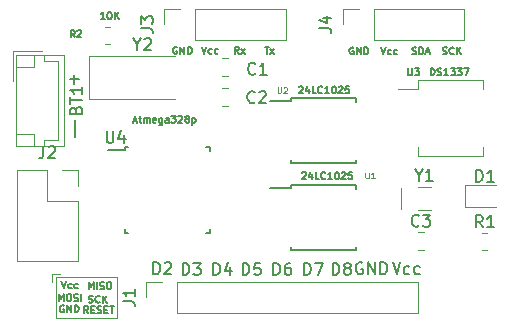
<source format=gbr>
%TF.GenerationSoftware,KiCad,Pcbnew,(5.1.8)-1*%
%TF.CreationDate,2020-12-16T21:52:19-05:00*%
%TF.ProjectId,Arduino Clone,41726475-696e-46f2-9043-6c6f6e652e6b,1.0*%
%TF.SameCoordinates,Original*%
%TF.FileFunction,Legend,Top*%
%TF.FilePolarity,Positive*%
%FSLAX46Y46*%
G04 Gerber Fmt 4.6, Leading zero omitted, Abs format (unit mm)*
G04 Created by KiCad (PCBNEW (5.1.8)-1) date 2020-12-16 21:52:19*
%MOMM*%
%LPD*%
G01*
G04 APERTURE LIST*
%ADD10C,0.150000*%
%ADD11C,0.120000*%
%ADD12C,0.125000*%
G04 APERTURE END LIST*
D10*
X148399500Y-112736214D02*
X148399500Y-111307642D01*
X147955047Y-107830928D02*
X148716952Y-107830928D01*
X148336000Y-108211880D02*
X148336000Y-107449976D01*
X178500285Y-107522928D02*
X178500285Y-106922928D01*
X178643142Y-106922928D01*
X178728857Y-106951500D01*
X178786000Y-107008642D01*
X178814571Y-107065785D01*
X178843142Y-107180071D01*
X178843142Y-107265785D01*
X178814571Y-107380071D01*
X178786000Y-107437214D01*
X178728857Y-107494357D01*
X178643142Y-107522928D01*
X178500285Y-107522928D01*
X179071714Y-107494357D02*
X179157428Y-107522928D01*
X179300285Y-107522928D01*
X179357428Y-107494357D01*
X179386000Y-107465785D01*
X179414571Y-107408642D01*
X179414571Y-107351500D01*
X179386000Y-107294357D01*
X179357428Y-107265785D01*
X179300285Y-107237214D01*
X179186000Y-107208642D01*
X179128857Y-107180071D01*
X179100285Y-107151500D01*
X179071714Y-107094357D01*
X179071714Y-107037214D01*
X179100285Y-106980071D01*
X179128857Y-106951500D01*
X179186000Y-106922928D01*
X179328857Y-106922928D01*
X179414571Y-106951500D01*
X179986000Y-107522928D02*
X179643142Y-107522928D01*
X179814571Y-107522928D02*
X179814571Y-106922928D01*
X179757428Y-107008642D01*
X179700285Y-107065785D01*
X179643142Y-107094357D01*
X180186000Y-106922928D02*
X180557428Y-106922928D01*
X180357428Y-107151500D01*
X180443142Y-107151500D01*
X180500285Y-107180071D01*
X180528857Y-107208642D01*
X180557428Y-107265785D01*
X180557428Y-107408642D01*
X180528857Y-107465785D01*
X180500285Y-107494357D01*
X180443142Y-107522928D01*
X180271714Y-107522928D01*
X180214571Y-107494357D01*
X180186000Y-107465785D01*
X180757428Y-106922928D02*
X181128857Y-106922928D01*
X180928857Y-107151500D01*
X181014571Y-107151500D01*
X181071714Y-107180071D01*
X181100285Y-107208642D01*
X181128857Y-107265785D01*
X181128857Y-107408642D01*
X181100285Y-107465785D01*
X181071714Y-107494357D01*
X181014571Y-107522928D01*
X180843142Y-107522928D01*
X180786000Y-107494357D01*
X180757428Y-107465785D01*
X181328857Y-106922928D02*
X181728857Y-106922928D01*
X181471714Y-107522928D01*
D11*
X146431000Y-124333000D02*
X147129500Y-124333000D01*
X146431000Y-125031500D02*
X146431000Y-124333000D01*
X146748500Y-124587000D02*
X146748500Y-124650500D01*
X151955500Y-124587000D02*
X146748500Y-124587000D01*
X151955500Y-128016000D02*
X151955500Y-124587000D01*
X146748500Y-128016000D02*
X151955500Y-128016000D01*
X146748500Y-124650500D02*
X146748500Y-128016000D01*
D10*
X149496571Y-127652428D02*
X149296571Y-127366714D01*
X149153714Y-127652428D02*
X149153714Y-127052428D01*
X149382285Y-127052428D01*
X149439428Y-127081000D01*
X149468000Y-127109571D01*
X149496571Y-127166714D01*
X149496571Y-127252428D01*
X149468000Y-127309571D01*
X149439428Y-127338142D01*
X149382285Y-127366714D01*
X149153714Y-127366714D01*
X149753714Y-127338142D02*
X149953714Y-127338142D01*
X150039428Y-127652428D02*
X149753714Y-127652428D01*
X149753714Y-127052428D01*
X150039428Y-127052428D01*
X150268000Y-127623857D02*
X150353714Y-127652428D01*
X150496571Y-127652428D01*
X150553714Y-127623857D01*
X150582285Y-127595285D01*
X150610857Y-127538142D01*
X150610857Y-127481000D01*
X150582285Y-127423857D01*
X150553714Y-127395285D01*
X150496571Y-127366714D01*
X150382285Y-127338142D01*
X150325142Y-127309571D01*
X150296571Y-127281000D01*
X150268000Y-127223857D01*
X150268000Y-127166714D01*
X150296571Y-127109571D01*
X150325142Y-127081000D01*
X150382285Y-127052428D01*
X150525142Y-127052428D01*
X150610857Y-127081000D01*
X150868000Y-127338142D02*
X151068000Y-127338142D01*
X151153714Y-127652428D02*
X150868000Y-127652428D01*
X150868000Y-127052428D01*
X151153714Y-127052428D01*
X151325142Y-127052428D02*
X151668000Y-127052428D01*
X151496571Y-127652428D02*
X151496571Y-127052428D01*
X149533071Y-126734857D02*
X149618785Y-126763428D01*
X149761642Y-126763428D01*
X149818785Y-126734857D01*
X149847357Y-126706285D01*
X149875928Y-126649142D01*
X149875928Y-126592000D01*
X149847357Y-126534857D01*
X149818785Y-126506285D01*
X149761642Y-126477714D01*
X149647357Y-126449142D01*
X149590214Y-126420571D01*
X149561642Y-126392000D01*
X149533071Y-126334857D01*
X149533071Y-126277714D01*
X149561642Y-126220571D01*
X149590214Y-126192000D01*
X149647357Y-126163428D01*
X149790214Y-126163428D01*
X149875928Y-126192000D01*
X150475928Y-126706285D02*
X150447357Y-126734857D01*
X150361642Y-126763428D01*
X150304500Y-126763428D01*
X150218785Y-126734857D01*
X150161642Y-126677714D01*
X150133071Y-126620571D01*
X150104500Y-126506285D01*
X150104500Y-126420571D01*
X150133071Y-126306285D01*
X150161642Y-126249142D01*
X150218785Y-126192000D01*
X150304500Y-126163428D01*
X150361642Y-126163428D01*
X150447357Y-126192000D01*
X150475928Y-126220571D01*
X150733071Y-126763428D02*
X150733071Y-126163428D01*
X151075928Y-126763428D02*
X150818785Y-126420571D01*
X151075928Y-126163428D02*
X150733071Y-126506285D01*
X149552142Y-125620428D02*
X149552142Y-125020428D01*
X149752142Y-125449000D01*
X149952142Y-125020428D01*
X149952142Y-125620428D01*
X150237857Y-125620428D02*
X150237857Y-125020428D01*
X150495000Y-125591857D02*
X150580714Y-125620428D01*
X150723571Y-125620428D01*
X150780714Y-125591857D01*
X150809285Y-125563285D01*
X150837857Y-125506142D01*
X150837857Y-125449000D01*
X150809285Y-125391857D01*
X150780714Y-125363285D01*
X150723571Y-125334714D01*
X150609285Y-125306142D01*
X150552142Y-125277571D01*
X150523571Y-125249000D01*
X150495000Y-125191857D01*
X150495000Y-125134714D01*
X150523571Y-125077571D01*
X150552142Y-125049000D01*
X150609285Y-125020428D01*
X150752142Y-125020428D01*
X150837857Y-125049000D01*
X151209285Y-125020428D02*
X151323571Y-125020428D01*
X151380714Y-125049000D01*
X151437857Y-125106142D01*
X151466428Y-125220428D01*
X151466428Y-125420428D01*
X151437857Y-125534714D01*
X151380714Y-125591857D01*
X151323571Y-125620428D01*
X151209285Y-125620428D01*
X151152142Y-125591857D01*
X151095000Y-125534714D01*
X151066428Y-125420428D01*
X151066428Y-125220428D01*
X151095000Y-125106142D01*
X151152142Y-125049000D01*
X151209285Y-125020428D01*
X147434357Y-127017500D02*
X147377214Y-126988928D01*
X147291500Y-126988928D01*
X147205785Y-127017500D01*
X147148642Y-127074642D01*
X147120071Y-127131785D01*
X147091500Y-127246071D01*
X147091500Y-127331785D01*
X147120071Y-127446071D01*
X147148642Y-127503214D01*
X147205785Y-127560357D01*
X147291500Y-127588928D01*
X147348642Y-127588928D01*
X147434357Y-127560357D01*
X147462928Y-127531785D01*
X147462928Y-127331785D01*
X147348642Y-127331785D01*
X147720071Y-127588928D02*
X147720071Y-126988928D01*
X148062928Y-127588928D01*
X148062928Y-126988928D01*
X148348642Y-127588928D02*
X148348642Y-126988928D01*
X148491500Y-126988928D01*
X148577214Y-127017500D01*
X148634357Y-127074642D01*
X148662928Y-127131785D01*
X148691500Y-127246071D01*
X148691500Y-127331785D01*
X148662928Y-127446071D01*
X148634357Y-127503214D01*
X148577214Y-127560357D01*
X148491500Y-127588928D01*
X148348642Y-127588928D01*
X147012142Y-126636428D02*
X147012142Y-126036428D01*
X147212142Y-126465000D01*
X147412142Y-126036428D01*
X147412142Y-126636428D01*
X147812142Y-126036428D02*
X147926428Y-126036428D01*
X147983571Y-126065000D01*
X148040714Y-126122142D01*
X148069285Y-126236428D01*
X148069285Y-126436428D01*
X148040714Y-126550714D01*
X147983571Y-126607857D01*
X147926428Y-126636428D01*
X147812142Y-126636428D01*
X147755000Y-126607857D01*
X147697857Y-126550714D01*
X147669285Y-126436428D01*
X147669285Y-126236428D01*
X147697857Y-126122142D01*
X147755000Y-126065000D01*
X147812142Y-126036428D01*
X148297857Y-126607857D02*
X148383571Y-126636428D01*
X148526428Y-126636428D01*
X148583571Y-126607857D01*
X148612142Y-126579285D01*
X148640714Y-126522142D01*
X148640714Y-126465000D01*
X148612142Y-126407857D01*
X148583571Y-126379285D01*
X148526428Y-126350714D01*
X148412142Y-126322142D01*
X148355000Y-126293571D01*
X148326428Y-126265000D01*
X148297857Y-126207857D01*
X148297857Y-126150714D01*
X148326428Y-126093571D01*
X148355000Y-126065000D01*
X148412142Y-126036428D01*
X148555000Y-126036428D01*
X148640714Y-126065000D01*
X148897857Y-126636428D02*
X148897857Y-126036428D01*
X147240714Y-124956928D02*
X147440714Y-125556928D01*
X147640714Y-124956928D01*
X148097857Y-125528357D02*
X148040714Y-125556928D01*
X147926428Y-125556928D01*
X147869285Y-125528357D01*
X147840714Y-125499785D01*
X147812142Y-125442642D01*
X147812142Y-125271214D01*
X147840714Y-125214071D01*
X147869285Y-125185500D01*
X147926428Y-125156928D01*
X148040714Y-125156928D01*
X148097857Y-125185500D01*
X148612142Y-125528357D02*
X148555000Y-125556928D01*
X148440714Y-125556928D01*
X148383571Y-125528357D01*
X148355000Y-125499785D01*
X148326428Y-125442642D01*
X148326428Y-125271214D01*
X148355000Y-125214071D01*
X148383571Y-125185500D01*
X148440714Y-125156928D01*
X148555000Y-125156928D01*
X148612142Y-125185500D01*
X175276023Y-123340880D02*
X175609357Y-124340880D01*
X175942690Y-123340880D01*
X176704595Y-124293261D02*
X176609357Y-124340880D01*
X176418880Y-124340880D01*
X176323642Y-124293261D01*
X176276023Y-124245642D01*
X176228404Y-124150404D01*
X176228404Y-123864690D01*
X176276023Y-123769452D01*
X176323642Y-123721833D01*
X176418880Y-123674214D01*
X176609357Y-123674214D01*
X176704595Y-123721833D01*
X177561738Y-124293261D02*
X177466500Y-124340880D01*
X177276023Y-124340880D01*
X177180785Y-124293261D01*
X177133166Y-124245642D01*
X177085547Y-124150404D01*
X177085547Y-123864690D01*
X177133166Y-123769452D01*
X177180785Y-123721833D01*
X177276023Y-123674214D01*
X177466500Y-123674214D01*
X177561738Y-123721833D01*
X172720095Y-123388500D02*
X172624857Y-123340880D01*
X172482000Y-123340880D01*
X172339142Y-123388500D01*
X172243904Y-123483738D01*
X172196285Y-123578976D01*
X172148666Y-123769452D01*
X172148666Y-123912309D01*
X172196285Y-124102785D01*
X172243904Y-124198023D01*
X172339142Y-124293261D01*
X172482000Y-124340880D01*
X172577238Y-124340880D01*
X172720095Y-124293261D01*
X172767714Y-124245642D01*
X172767714Y-123912309D01*
X172577238Y-123912309D01*
X173196285Y-124340880D02*
X173196285Y-123340880D01*
X173767714Y-124340880D01*
X173767714Y-123340880D01*
X174243904Y-124340880D02*
X174243904Y-123340880D01*
X174482000Y-123340880D01*
X174624857Y-123388500D01*
X174720095Y-123483738D01*
X174767714Y-123578976D01*
X174815333Y-123769452D01*
X174815333Y-123912309D01*
X174767714Y-124102785D01*
X174720095Y-124198023D01*
X174624857Y-124293261D01*
X174482000Y-124340880D01*
X174243904Y-124340880D01*
X170203904Y-124404380D02*
X170203904Y-123404380D01*
X170442000Y-123404380D01*
X170584857Y-123452000D01*
X170680095Y-123547238D01*
X170727714Y-123642476D01*
X170775333Y-123832952D01*
X170775333Y-123975809D01*
X170727714Y-124166285D01*
X170680095Y-124261523D01*
X170584857Y-124356761D01*
X170442000Y-124404380D01*
X170203904Y-124404380D01*
X171346761Y-123832952D02*
X171251523Y-123785333D01*
X171203904Y-123737714D01*
X171156285Y-123642476D01*
X171156285Y-123594857D01*
X171203904Y-123499619D01*
X171251523Y-123452000D01*
X171346761Y-123404380D01*
X171537238Y-123404380D01*
X171632476Y-123452000D01*
X171680095Y-123499619D01*
X171727714Y-123594857D01*
X171727714Y-123642476D01*
X171680095Y-123737714D01*
X171632476Y-123785333D01*
X171537238Y-123832952D01*
X171346761Y-123832952D01*
X171251523Y-123880571D01*
X171203904Y-123928190D01*
X171156285Y-124023428D01*
X171156285Y-124213904D01*
X171203904Y-124309142D01*
X171251523Y-124356761D01*
X171346761Y-124404380D01*
X171537238Y-124404380D01*
X171632476Y-124356761D01*
X171680095Y-124309142D01*
X171727714Y-124213904D01*
X171727714Y-124023428D01*
X171680095Y-123928190D01*
X171632476Y-123880571D01*
X171537238Y-123832952D01*
X167790904Y-124404380D02*
X167790904Y-123404380D01*
X168029000Y-123404380D01*
X168171857Y-123452000D01*
X168267095Y-123547238D01*
X168314714Y-123642476D01*
X168362333Y-123832952D01*
X168362333Y-123975809D01*
X168314714Y-124166285D01*
X168267095Y-124261523D01*
X168171857Y-124356761D01*
X168029000Y-124404380D01*
X167790904Y-124404380D01*
X168695666Y-123404380D02*
X169362333Y-123404380D01*
X168933761Y-124404380D01*
X165187404Y-124404380D02*
X165187404Y-123404380D01*
X165425500Y-123404380D01*
X165568357Y-123452000D01*
X165663595Y-123547238D01*
X165711214Y-123642476D01*
X165758833Y-123832952D01*
X165758833Y-123975809D01*
X165711214Y-124166285D01*
X165663595Y-124261523D01*
X165568357Y-124356761D01*
X165425500Y-124404380D01*
X165187404Y-124404380D01*
X166615976Y-123404380D02*
X166425500Y-123404380D01*
X166330261Y-123452000D01*
X166282642Y-123499619D01*
X166187404Y-123642476D01*
X166139785Y-123832952D01*
X166139785Y-124213904D01*
X166187404Y-124309142D01*
X166235023Y-124356761D01*
X166330261Y-124404380D01*
X166520738Y-124404380D01*
X166615976Y-124356761D01*
X166663595Y-124309142D01*
X166711214Y-124213904D01*
X166711214Y-123975809D01*
X166663595Y-123880571D01*
X166615976Y-123832952D01*
X166520738Y-123785333D01*
X166330261Y-123785333D01*
X166235023Y-123832952D01*
X166187404Y-123880571D01*
X166139785Y-123975809D01*
X162583904Y-124404380D02*
X162583904Y-123404380D01*
X162822000Y-123404380D01*
X162964857Y-123452000D01*
X163060095Y-123547238D01*
X163107714Y-123642476D01*
X163155333Y-123832952D01*
X163155333Y-123975809D01*
X163107714Y-124166285D01*
X163060095Y-124261523D01*
X162964857Y-124356761D01*
X162822000Y-124404380D01*
X162583904Y-124404380D01*
X164060095Y-123404380D02*
X163583904Y-123404380D01*
X163536285Y-123880571D01*
X163583904Y-123832952D01*
X163679142Y-123785333D01*
X163917238Y-123785333D01*
X164012476Y-123832952D01*
X164060095Y-123880571D01*
X164107714Y-123975809D01*
X164107714Y-124213904D01*
X164060095Y-124309142D01*
X164012476Y-124356761D01*
X163917238Y-124404380D01*
X163679142Y-124404380D01*
X163583904Y-124356761D01*
X163536285Y-124309142D01*
X160107404Y-124404380D02*
X160107404Y-123404380D01*
X160345500Y-123404380D01*
X160488357Y-123452000D01*
X160583595Y-123547238D01*
X160631214Y-123642476D01*
X160678833Y-123832952D01*
X160678833Y-123975809D01*
X160631214Y-124166285D01*
X160583595Y-124261523D01*
X160488357Y-124356761D01*
X160345500Y-124404380D01*
X160107404Y-124404380D01*
X161535976Y-123737714D02*
X161535976Y-124404380D01*
X161297880Y-123356761D02*
X161059785Y-124071047D01*
X161678833Y-124071047D01*
X157503904Y-124404380D02*
X157503904Y-123404380D01*
X157742000Y-123404380D01*
X157884857Y-123452000D01*
X157980095Y-123547238D01*
X158027714Y-123642476D01*
X158075333Y-123832952D01*
X158075333Y-123975809D01*
X158027714Y-124166285D01*
X157980095Y-124261523D01*
X157884857Y-124356761D01*
X157742000Y-124404380D01*
X157503904Y-124404380D01*
X158408666Y-123404380D02*
X159027714Y-123404380D01*
X158694380Y-123785333D01*
X158837238Y-123785333D01*
X158932476Y-123832952D01*
X158980095Y-123880571D01*
X159027714Y-123975809D01*
X159027714Y-124213904D01*
X158980095Y-124309142D01*
X158932476Y-124356761D01*
X158837238Y-124404380D01*
X158551523Y-124404380D01*
X158456285Y-124356761D01*
X158408666Y-124309142D01*
X155027404Y-124340880D02*
X155027404Y-123340880D01*
X155265500Y-123340880D01*
X155408357Y-123388500D01*
X155503595Y-123483738D01*
X155551214Y-123578976D01*
X155598833Y-123769452D01*
X155598833Y-123912309D01*
X155551214Y-124102785D01*
X155503595Y-124198023D01*
X155408357Y-124293261D01*
X155265500Y-124340880D01*
X155027404Y-124340880D01*
X155979785Y-123436119D02*
X156027404Y-123388500D01*
X156122642Y-123340880D01*
X156360738Y-123340880D01*
X156455976Y-123388500D01*
X156503595Y-123436119D01*
X156551214Y-123531357D01*
X156551214Y-123626595D01*
X156503595Y-123769452D01*
X155932166Y-124340880D01*
X156551214Y-124340880D01*
X167592642Y-115743071D02*
X167621214Y-115714500D01*
X167678357Y-115685928D01*
X167821214Y-115685928D01*
X167878357Y-115714500D01*
X167906928Y-115743071D01*
X167935500Y-115800214D01*
X167935500Y-115857357D01*
X167906928Y-115943071D01*
X167564071Y-116285928D01*
X167935500Y-116285928D01*
X168449785Y-115885928D02*
X168449785Y-116285928D01*
X168306928Y-115657357D02*
X168164071Y-116085928D01*
X168535500Y-116085928D01*
X169049785Y-116285928D02*
X168764071Y-116285928D01*
X168764071Y-115685928D01*
X169592642Y-116228785D02*
X169564071Y-116257357D01*
X169478357Y-116285928D01*
X169421214Y-116285928D01*
X169335500Y-116257357D01*
X169278357Y-116200214D01*
X169249785Y-116143071D01*
X169221214Y-116028785D01*
X169221214Y-115943071D01*
X169249785Y-115828785D01*
X169278357Y-115771642D01*
X169335500Y-115714500D01*
X169421214Y-115685928D01*
X169478357Y-115685928D01*
X169564071Y-115714500D01*
X169592642Y-115743071D01*
X170164071Y-116285928D02*
X169821214Y-116285928D01*
X169992642Y-116285928D02*
X169992642Y-115685928D01*
X169935500Y-115771642D01*
X169878357Y-115828785D01*
X169821214Y-115857357D01*
X170535500Y-115685928D02*
X170592642Y-115685928D01*
X170649785Y-115714500D01*
X170678357Y-115743071D01*
X170706928Y-115800214D01*
X170735500Y-115914500D01*
X170735500Y-116057357D01*
X170706928Y-116171642D01*
X170678357Y-116228785D01*
X170649785Y-116257357D01*
X170592642Y-116285928D01*
X170535500Y-116285928D01*
X170478357Y-116257357D01*
X170449785Y-116228785D01*
X170421214Y-116171642D01*
X170392642Y-116057357D01*
X170392642Y-115914500D01*
X170421214Y-115800214D01*
X170449785Y-115743071D01*
X170478357Y-115714500D01*
X170535500Y-115685928D01*
X170964071Y-115743071D02*
X170992642Y-115714500D01*
X171049785Y-115685928D01*
X171192642Y-115685928D01*
X171249785Y-115714500D01*
X171278357Y-115743071D01*
X171306928Y-115800214D01*
X171306928Y-115857357D01*
X171278357Y-115943071D01*
X170935500Y-116285928D01*
X171306928Y-116285928D01*
X171849785Y-115685928D02*
X171564071Y-115685928D01*
X171535500Y-115971642D01*
X171564071Y-115943071D01*
X171621214Y-115914500D01*
X171764071Y-115914500D01*
X171821214Y-115943071D01*
X171849785Y-115971642D01*
X171878357Y-116028785D01*
X171878357Y-116171642D01*
X171849785Y-116228785D01*
X171821214Y-116257357D01*
X171764071Y-116285928D01*
X171621214Y-116285928D01*
X171564071Y-116257357D01*
X171535500Y-116228785D01*
X167338642Y-108504071D02*
X167367214Y-108475500D01*
X167424357Y-108446928D01*
X167567214Y-108446928D01*
X167624357Y-108475500D01*
X167652928Y-108504071D01*
X167681500Y-108561214D01*
X167681500Y-108618357D01*
X167652928Y-108704071D01*
X167310071Y-109046928D01*
X167681500Y-109046928D01*
X168195785Y-108646928D02*
X168195785Y-109046928D01*
X168052928Y-108418357D02*
X167910071Y-108846928D01*
X168281500Y-108846928D01*
X168795785Y-109046928D02*
X168510071Y-109046928D01*
X168510071Y-108446928D01*
X169338642Y-108989785D02*
X169310071Y-109018357D01*
X169224357Y-109046928D01*
X169167214Y-109046928D01*
X169081500Y-109018357D01*
X169024357Y-108961214D01*
X168995785Y-108904071D01*
X168967214Y-108789785D01*
X168967214Y-108704071D01*
X168995785Y-108589785D01*
X169024357Y-108532642D01*
X169081500Y-108475500D01*
X169167214Y-108446928D01*
X169224357Y-108446928D01*
X169310071Y-108475500D01*
X169338642Y-108504071D01*
X169910071Y-109046928D02*
X169567214Y-109046928D01*
X169738642Y-109046928D02*
X169738642Y-108446928D01*
X169681500Y-108532642D01*
X169624357Y-108589785D01*
X169567214Y-108618357D01*
X170281500Y-108446928D02*
X170338642Y-108446928D01*
X170395785Y-108475500D01*
X170424357Y-108504071D01*
X170452928Y-108561214D01*
X170481500Y-108675500D01*
X170481500Y-108818357D01*
X170452928Y-108932642D01*
X170424357Y-108989785D01*
X170395785Y-109018357D01*
X170338642Y-109046928D01*
X170281500Y-109046928D01*
X170224357Y-109018357D01*
X170195785Y-108989785D01*
X170167214Y-108932642D01*
X170138642Y-108818357D01*
X170138642Y-108675500D01*
X170167214Y-108561214D01*
X170195785Y-108504071D01*
X170224357Y-108475500D01*
X170281500Y-108446928D01*
X170710071Y-108504071D02*
X170738642Y-108475500D01*
X170795785Y-108446928D01*
X170938642Y-108446928D01*
X170995785Y-108475500D01*
X171024357Y-108504071D01*
X171052928Y-108561214D01*
X171052928Y-108618357D01*
X171024357Y-108704071D01*
X170681500Y-109046928D01*
X171052928Y-109046928D01*
X171595785Y-108446928D02*
X171310071Y-108446928D01*
X171281500Y-108732642D01*
X171310071Y-108704071D01*
X171367214Y-108675500D01*
X171510071Y-108675500D01*
X171567214Y-108704071D01*
X171595785Y-108732642D01*
X171624357Y-108789785D01*
X171624357Y-108932642D01*
X171595785Y-108989785D01*
X171567214Y-109018357D01*
X171510071Y-109046928D01*
X171367214Y-109046928D01*
X171310071Y-109018357D01*
X171281500Y-108989785D01*
X153313142Y-111352000D02*
X153598857Y-111352000D01*
X153256000Y-111523428D02*
X153456000Y-110923428D01*
X153656000Y-111523428D01*
X153770285Y-111123428D02*
X153998857Y-111123428D01*
X153856000Y-110923428D02*
X153856000Y-111437714D01*
X153884571Y-111494857D01*
X153941714Y-111523428D01*
X153998857Y-111523428D01*
X154198857Y-111523428D02*
X154198857Y-111123428D01*
X154198857Y-111180571D02*
X154227428Y-111152000D01*
X154284571Y-111123428D01*
X154370285Y-111123428D01*
X154427428Y-111152000D01*
X154456000Y-111209142D01*
X154456000Y-111523428D01*
X154456000Y-111209142D02*
X154484571Y-111152000D01*
X154541714Y-111123428D01*
X154627428Y-111123428D01*
X154684571Y-111152000D01*
X154713142Y-111209142D01*
X154713142Y-111523428D01*
X155227428Y-111494857D02*
X155170285Y-111523428D01*
X155056000Y-111523428D01*
X154998857Y-111494857D01*
X154970285Y-111437714D01*
X154970285Y-111209142D01*
X154998857Y-111152000D01*
X155056000Y-111123428D01*
X155170285Y-111123428D01*
X155227428Y-111152000D01*
X155256000Y-111209142D01*
X155256000Y-111266285D01*
X154970285Y-111323428D01*
X155770285Y-111123428D02*
X155770285Y-111609142D01*
X155741714Y-111666285D01*
X155713142Y-111694857D01*
X155656000Y-111723428D01*
X155570285Y-111723428D01*
X155513142Y-111694857D01*
X155770285Y-111494857D02*
X155713142Y-111523428D01*
X155598857Y-111523428D01*
X155541714Y-111494857D01*
X155513142Y-111466285D01*
X155484571Y-111409142D01*
X155484571Y-111237714D01*
X155513142Y-111180571D01*
X155541714Y-111152000D01*
X155598857Y-111123428D01*
X155713142Y-111123428D01*
X155770285Y-111152000D01*
X156313142Y-111523428D02*
X156313142Y-111209142D01*
X156284571Y-111152000D01*
X156227428Y-111123428D01*
X156113142Y-111123428D01*
X156056000Y-111152000D01*
X156313142Y-111494857D02*
X156256000Y-111523428D01*
X156113142Y-111523428D01*
X156056000Y-111494857D01*
X156027428Y-111437714D01*
X156027428Y-111380571D01*
X156056000Y-111323428D01*
X156113142Y-111294857D01*
X156256000Y-111294857D01*
X156313142Y-111266285D01*
X156541714Y-110923428D02*
X156913142Y-110923428D01*
X156713142Y-111152000D01*
X156798857Y-111152000D01*
X156856000Y-111180571D01*
X156884571Y-111209142D01*
X156913142Y-111266285D01*
X156913142Y-111409142D01*
X156884571Y-111466285D01*
X156856000Y-111494857D01*
X156798857Y-111523428D01*
X156627428Y-111523428D01*
X156570285Y-111494857D01*
X156541714Y-111466285D01*
X157141714Y-110980571D02*
X157170285Y-110952000D01*
X157227428Y-110923428D01*
X157370285Y-110923428D01*
X157427428Y-110952000D01*
X157456000Y-110980571D01*
X157484571Y-111037714D01*
X157484571Y-111094857D01*
X157456000Y-111180571D01*
X157113142Y-111523428D01*
X157484571Y-111523428D01*
X157827428Y-111180571D02*
X157770285Y-111152000D01*
X157741714Y-111123428D01*
X157713142Y-111066285D01*
X157713142Y-111037714D01*
X157741714Y-110980571D01*
X157770285Y-110952000D01*
X157827428Y-110923428D01*
X157941714Y-110923428D01*
X157998857Y-110952000D01*
X158027428Y-110980571D01*
X158056000Y-111037714D01*
X158056000Y-111066285D01*
X158027428Y-111123428D01*
X157998857Y-111152000D01*
X157941714Y-111180571D01*
X157827428Y-111180571D01*
X157770285Y-111209142D01*
X157741714Y-111237714D01*
X157713142Y-111294857D01*
X157713142Y-111409142D01*
X157741714Y-111466285D01*
X157770285Y-111494857D01*
X157827428Y-111523428D01*
X157941714Y-111523428D01*
X157998857Y-111494857D01*
X158027428Y-111466285D01*
X158056000Y-111409142D01*
X158056000Y-111294857D01*
X158027428Y-111237714D01*
X157998857Y-111209142D01*
X157941714Y-111180571D01*
X158313142Y-111123428D02*
X158313142Y-111723428D01*
X158313142Y-111152000D02*
X158370285Y-111123428D01*
X158484571Y-111123428D01*
X158541714Y-111152000D01*
X158570285Y-111180571D01*
X158598857Y-111237714D01*
X158598857Y-111409142D01*
X158570285Y-111466285D01*
X158541714Y-111494857D01*
X158484571Y-111523428D01*
X158370285Y-111523428D01*
X158313142Y-111494857D01*
X174291714Y-105144928D02*
X174491714Y-105744928D01*
X174691714Y-105144928D01*
X175148857Y-105716357D02*
X175091714Y-105744928D01*
X174977428Y-105744928D01*
X174920285Y-105716357D01*
X174891714Y-105687785D01*
X174863142Y-105630642D01*
X174863142Y-105459214D01*
X174891714Y-105402071D01*
X174920285Y-105373500D01*
X174977428Y-105344928D01*
X175091714Y-105344928D01*
X175148857Y-105373500D01*
X175663142Y-105716357D02*
X175606000Y-105744928D01*
X175491714Y-105744928D01*
X175434571Y-105716357D01*
X175406000Y-105687785D01*
X175377428Y-105630642D01*
X175377428Y-105459214D01*
X175406000Y-105402071D01*
X175434571Y-105373500D01*
X175491714Y-105344928D01*
X175606000Y-105344928D01*
X175663142Y-105373500D01*
X179505071Y-105716357D02*
X179590785Y-105744928D01*
X179733642Y-105744928D01*
X179790785Y-105716357D01*
X179819357Y-105687785D01*
X179847928Y-105630642D01*
X179847928Y-105573500D01*
X179819357Y-105516357D01*
X179790785Y-105487785D01*
X179733642Y-105459214D01*
X179619357Y-105430642D01*
X179562214Y-105402071D01*
X179533642Y-105373500D01*
X179505071Y-105316357D01*
X179505071Y-105259214D01*
X179533642Y-105202071D01*
X179562214Y-105173500D01*
X179619357Y-105144928D01*
X179762214Y-105144928D01*
X179847928Y-105173500D01*
X180447928Y-105687785D02*
X180419357Y-105716357D01*
X180333642Y-105744928D01*
X180276500Y-105744928D01*
X180190785Y-105716357D01*
X180133642Y-105659214D01*
X180105071Y-105602071D01*
X180076500Y-105487785D01*
X180076500Y-105402071D01*
X180105071Y-105287785D01*
X180133642Y-105230642D01*
X180190785Y-105173500D01*
X180276500Y-105144928D01*
X180333642Y-105144928D01*
X180419357Y-105173500D01*
X180447928Y-105202071D01*
X180705071Y-105744928D02*
X180705071Y-105144928D01*
X181047928Y-105744928D02*
X180790785Y-105402071D01*
X181047928Y-105144928D02*
X180705071Y-105487785D01*
X176944428Y-105716357D02*
X177030142Y-105744928D01*
X177173000Y-105744928D01*
X177230142Y-105716357D01*
X177258714Y-105687785D01*
X177287285Y-105630642D01*
X177287285Y-105573500D01*
X177258714Y-105516357D01*
X177230142Y-105487785D01*
X177173000Y-105459214D01*
X177058714Y-105430642D01*
X177001571Y-105402071D01*
X176973000Y-105373500D01*
X176944428Y-105316357D01*
X176944428Y-105259214D01*
X176973000Y-105202071D01*
X177001571Y-105173500D01*
X177058714Y-105144928D01*
X177201571Y-105144928D01*
X177287285Y-105173500D01*
X177544428Y-105744928D02*
X177544428Y-105144928D01*
X177687285Y-105144928D01*
X177773000Y-105173500D01*
X177830142Y-105230642D01*
X177858714Y-105287785D01*
X177887285Y-105402071D01*
X177887285Y-105487785D01*
X177858714Y-105602071D01*
X177830142Y-105659214D01*
X177773000Y-105716357D01*
X177687285Y-105744928D01*
X177544428Y-105744928D01*
X178115857Y-105573500D02*
X178401571Y-105573500D01*
X178058714Y-105744928D02*
X178258714Y-105144928D01*
X178458714Y-105744928D01*
X171945357Y-105173500D02*
X171888214Y-105144928D01*
X171802500Y-105144928D01*
X171716785Y-105173500D01*
X171659642Y-105230642D01*
X171631071Y-105287785D01*
X171602500Y-105402071D01*
X171602500Y-105487785D01*
X171631071Y-105602071D01*
X171659642Y-105659214D01*
X171716785Y-105716357D01*
X171802500Y-105744928D01*
X171859642Y-105744928D01*
X171945357Y-105716357D01*
X171973928Y-105687785D01*
X171973928Y-105487785D01*
X171859642Y-105487785D01*
X172231071Y-105744928D02*
X172231071Y-105144928D01*
X172573928Y-105744928D01*
X172573928Y-105144928D01*
X172859642Y-105744928D02*
X172859642Y-105144928D01*
X173002500Y-105144928D01*
X173088214Y-105173500D01*
X173145357Y-105230642D01*
X173173928Y-105287785D01*
X173202500Y-105402071D01*
X173202500Y-105487785D01*
X173173928Y-105602071D01*
X173145357Y-105659214D01*
X173088214Y-105716357D01*
X173002500Y-105744928D01*
X172859642Y-105744928D01*
X164431714Y-105081428D02*
X164774571Y-105081428D01*
X164603142Y-105681428D02*
X164603142Y-105081428D01*
X164917428Y-105681428D02*
X165231714Y-105281428D01*
X164917428Y-105281428D02*
X165231714Y-105681428D01*
X162248857Y-105681428D02*
X162048857Y-105395714D01*
X161906000Y-105681428D02*
X161906000Y-105081428D01*
X162134571Y-105081428D01*
X162191714Y-105110000D01*
X162220285Y-105138571D01*
X162248857Y-105195714D01*
X162248857Y-105281428D01*
X162220285Y-105338571D01*
X162191714Y-105367142D01*
X162134571Y-105395714D01*
X161906000Y-105395714D01*
X162448857Y-105681428D02*
X162763142Y-105281428D01*
X162448857Y-105281428D02*
X162763142Y-105681428D01*
X159115214Y-105081428D02*
X159315214Y-105681428D01*
X159515214Y-105081428D01*
X159972357Y-105652857D02*
X159915214Y-105681428D01*
X159800928Y-105681428D01*
X159743785Y-105652857D01*
X159715214Y-105624285D01*
X159686642Y-105567142D01*
X159686642Y-105395714D01*
X159715214Y-105338571D01*
X159743785Y-105310000D01*
X159800928Y-105281428D01*
X159915214Y-105281428D01*
X159972357Y-105310000D01*
X160486642Y-105652857D02*
X160429500Y-105681428D01*
X160315214Y-105681428D01*
X160258071Y-105652857D01*
X160229500Y-105624285D01*
X160200928Y-105567142D01*
X160200928Y-105395714D01*
X160229500Y-105338571D01*
X160258071Y-105310000D01*
X160315214Y-105281428D01*
X160429500Y-105281428D01*
X160486642Y-105310000D01*
X157022857Y-105110000D02*
X156965714Y-105081428D01*
X156880000Y-105081428D01*
X156794285Y-105110000D01*
X156737142Y-105167142D01*
X156708571Y-105224285D01*
X156680000Y-105338571D01*
X156680000Y-105424285D01*
X156708571Y-105538571D01*
X156737142Y-105595714D01*
X156794285Y-105652857D01*
X156880000Y-105681428D01*
X156937142Y-105681428D01*
X157022857Y-105652857D01*
X157051428Y-105624285D01*
X157051428Y-105424285D01*
X156937142Y-105424285D01*
X157308571Y-105681428D02*
X157308571Y-105081428D01*
X157651428Y-105681428D01*
X157651428Y-105081428D01*
X157937142Y-105681428D02*
X157937142Y-105081428D01*
X158080000Y-105081428D01*
X158165714Y-105110000D01*
X158222857Y-105167142D01*
X158251428Y-105224285D01*
X158280000Y-105338571D01*
X158280000Y-105424285D01*
X158251428Y-105538571D01*
X158222857Y-105595714D01*
X158165714Y-105652857D01*
X158080000Y-105681428D01*
X157937142Y-105681428D01*
X150906214Y-102760428D02*
X150563357Y-102760428D01*
X150734785Y-102760428D02*
X150734785Y-102160428D01*
X150677642Y-102246142D01*
X150620500Y-102303285D01*
X150563357Y-102331857D01*
X151277642Y-102160428D02*
X151334785Y-102160428D01*
X151391928Y-102189000D01*
X151420500Y-102217571D01*
X151449071Y-102274714D01*
X151477642Y-102389000D01*
X151477642Y-102531857D01*
X151449071Y-102646142D01*
X151420500Y-102703285D01*
X151391928Y-102731857D01*
X151334785Y-102760428D01*
X151277642Y-102760428D01*
X151220500Y-102731857D01*
X151191928Y-102703285D01*
X151163357Y-102646142D01*
X151134785Y-102531857D01*
X151134785Y-102389000D01*
X151163357Y-102274714D01*
X151191928Y-102217571D01*
X151220500Y-102189000D01*
X151277642Y-102160428D01*
X151734785Y-102760428D02*
X151734785Y-102160428D01*
X152077642Y-102760428D02*
X151820500Y-102417571D01*
X152077642Y-102160428D02*
X151734785Y-102503285D01*
D11*
%TO.C,BT1*%
X147442000Y-105784000D02*
X143422000Y-105784000D01*
X143422000Y-105784000D02*
X143422000Y-113504000D01*
X143422000Y-113504000D02*
X147442000Y-113504000D01*
X147442000Y-113504000D02*
X147442000Y-105784000D01*
X145732000Y-105784000D02*
X145732000Y-106284000D01*
X145732000Y-106284000D02*
X146942000Y-106284000D01*
X146942000Y-106284000D02*
X146942000Y-113004000D01*
X146942000Y-113004000D02*
X145732000Y-113004000D01*
X145732000Y-113004000D02*
X145732000Y-113504000D01*
X144922000Y-105784000D02*
X144922000Y-106784000D01*
X144922000Y-106784000D02*
X143422000Y-106784000D01*
X144922000Y-113504000D02*
X144922000Y-112504000D01*
X144922000Y-112504000D02*
X143422000Y-112504000D01*
X145622000Y-105484000D02*
X143122000Y-105484000D01*
X143122000Y-105484000D02*
X143122000Y-107984000D01*
%TO.C,C1*%
X160840748Y-107542000D02*
X161363252Y-107542000D01*
X160840748Y-106072000D02*
X161363252Y-106072000D01*
%TO.C,C2*%
X160840748Y-108612000D02*
X161363252Y-108612000D01*
X160840748Y-110082000D02*
X161363252Y-110082000D01*
%TO.C,C3*%
X177408748Y-120807000D02*
X177931252Y-120807000D01*
X177408748Y-122277000D02*
X177931252Y-122277000D01*
%TO.C,D1*%
X184070000Y-116754000D02*
X181385000Y-116754000D01*
X181385000Y-116754000D02*
X181385000Y-118674000D01*
X181385000Y-118674000D02*
X184070000Y-118674000D01*
%TO.C,J1*%
X157036000Y-127632000D02*
X157036000Y-124972000D01*
X157036000Y-127632000D02*
X177416000Y-127632000D01*
X177416000Y-127632000D02*
X177416000Y-124972000D01*
X157036000Y-124972000D02*
X177416000Y-124972000D01*
X154436000Y-124972000D02*
X155766000Y-124972000D01*
X154436000Y-126302000D02*
X154436000Y-124972000D01*
%TO.C,J2*%
X143450000Y-115510000D02*
X146050000Y-115510000D01*
X143450000Y-115510000D02*
X143450000Y-123250000D01*
X143450000Y-123250000D02*
X148650000Y-123250000D01*
X148650000Y-118110000D02*
X148650000Y-123250000D01*
X146050000Y-118110000D02*
X148650000Y-118110000D01*
X146050000Y-115510000D02*
X146050000Y-118110000D01*
X148650000Y-115510000D02*
X148650000Y-116840000D01*
X147320000Y-115510000D02*
X148650000Y-115510000D01*
%TO.C,J3*%
X155960000Y-103188000D02*
X155960000Y-101858000D01*
X155960000Y-101858000D02*
X157290000Y-101858000D01*
X158560000Y-101858000D02*
X166240000Y-101858000D01*
X166240000Y-104518000D02*
X166240000Y-101858000D01*
X158560000Y-104518000D02*
X166240000Y-104518000D01*
X158560000Y-104518000D02*
X158560000Y-101858000D01*
%TO.C,J4*%
X173672000Y-104518000D02*
X173672000Y-101858000D01*
X173672000Y-104518000D02*
X181352000Y-104518000D01*
X181352000Y-104518000D02*
X181352000Y-101858000D01*
X173672000Y-101858000D02*
X181352000Y-101858000D01*
X171072000Y-101858000D02*
X172402000Y-101858000D01*
X171072000Y-103188000D02*
X171072000Y-101858000D01*
%TO.C,R1*%
X182842936Y-122307000D02*
X183297064Y-122307000D01*
X182842936Y-120837000D02*
X183297064Y-120837000D01*
%TO.C,R2*%
X150902936Y-103405000D02*
X151357064Y-103405000D01*
X150902936Y-104875000D02*
X151357064Y-104875000D01*
D10*
%TO.C,U1*%
X166668000Y-116815000D02*
X166668000Y-117020000D01*
X172168000Y-116815000D02*
X172168000Y-117115000D01*
X172168000Y-122325000D02*
X172168000Y-122025000D01*
X166668000Y-122325000D02*
X166668000Y-122025000D01*
X166668000Y-116815000D02*
X172168000Y-116815000D01*
X166668000Y-122325000D02*
X172168000Y-122325000D01*
X166668000Y-117020000D02*
X164918000Y-117020000D01*
%TO.C,U2*%
X166668000Y-109654000D02*
X164918000Y-109654000D01*
X166668000Y-114959000D02*
X172168000Y-114959000D01*
X166668000Y-109449000D02*
X172168000Y-109449000D01*
X166668000Y-114959000D02*
X166668000Y-114659000D01*
X172168000Y-114959000D02*
X172168000Y-114659000D01*
X172168000Y-109449000D02*
X172168000Y-109749000D01*
X166668000Y-109449000D02*
X166668000Y-109654000D01*
D11*
%TO.C,U3*%
X180150000Y-114335000D02*
X182910000Y-114335000D01*
X182910000Y-114335000D02*
X182910000Y-113590000D01*
X180150000Y-114335000D02*
X177390000Y-114335000D01*
X177390000Y-114335000D02*
X177390000Y-113590000D01*
X180150000Y-107915000D02*
X182910000Y-107915000D01*
X182910000Y-107915000D02*
X182910000Y-108660000D01*
X180150000Y-107915000D02*
X177390000Y-107915000D01*
X177390000Y-107915000D02*
X177390000Y-108660000D01*
X177390000Y-108660000D02*
X175700000Y-108660000D01*
D10*
%TO.C,U4*%
X152585000Y-113596000D02*
X152585000Y-113821000D01*
X159835000Y-113596000D02*
X159835000Y-113921000D01*
X159835000Y-120846000D02*
X159835000Y-120521000D01*
X152585000Y-120846000D02*
X152585000Y-120521000D01*
X152585000Y-113596000D02*
X152910000Y-113596000D01*
X152585000Y-120846000D02*
X152910000Y-120846000D01*
X159835000Y-120846000D02*
X159510000Y-120846000D01*
X159835000Y-113596000D02*
X159510000Y-113596000D01*
X152585000Y-113821000D02*
X151160000Y-113821000D01*
D11*
%TO.C,Y1*%
X177420000Y-116970000D02*
X178520000Y-116970000D01*
X177420000Y-118870000D02*
X178520000Y-118870000D01*
X176020000Y-117020000D02*
X176020000Y-118820000D01*
%TO.C,Y2*%
X156818000Y-105896000D02*
X149568000Y-105896000D01*
X149568000Y-105896000D02*
X149568000Y-109496000D01*
X149568000Y-109496000D02*
X156818000Y-109496000D01*
%TO.C,BT1*%
D10*
X148460571Y-110429714D02*
X148508190Y-110286857D01*
X148555809Y-110239238D01*
X148651047Y-110191619D01*
X148793904Y-110191619D01*
X148889142Y-110239238D01*
X148936761Y-110286857D01*
X148984380Y-110382095D01*
X148984380Y-110763047D01*
X147984380Y-110763047D01*
X147984380Y-110429714D01*
X148032000Y-110334476D01*
X148079619Y-110286857D01*
X148174857Y-110239238D01*
X148270095Y-110239238D01*
X148365333Y-110286857D01*
X148412952Y-110334476D01*
X148460571Y-110429714D01*
X148460571Y-110763047D01*
X147984380Y-109905904D02*
X147984380Y-109334476D01*
X148984380Y-109620190D02*
X147984380Y-109620190D01*
X148984380Y-108477333D02*
X148984380Y-109048761D01*
X148984380Y-108763047D02*
X147984380Y-108763047D01*
X148127238Y-108858285D01*
X148222476Y-108953523D01*
X148270095Y-109048761D01*
%TO.C,C1*%
X163663333Y-107354642D02*
X163615714Y-107402261D01*
X163472857Y-107449880D01*
X163377619Y-107449880D01*
X163234761Y-107402261D01*
X163139523Y-107307023D01*
X163091904Y-107211785D01*
X163044285Y-107021309D01*
X163044285Y-106878452D01*
X163091904Y-106687976D01*
X163139523Y-106592738D01*
X163234761Y-106497500D01*
X163377619Y-106449880D01*
X163472857Y-106449880D01*
X163615714Y-106497500D01*
X163663333Y-106545119D01*
X164615714Y-107449880D02*
X164044285Y-107449880D01*
X164330000Y-107449880D02*
X164330000Y-106449880D01*
X164234761Y-106592738D01*
X164139523Y-106687976D01*
X164044285Y-106735595D01*
%TO.C,C2*%
X163599833Y-109767642D02*
X163552214Y-109815261D01*
X163409357Y-109862880D01*
X163314119Y-109862880D01*
X163171261Y-109815261D01*
X163076023Y-109720023D01*
X163028404Y-109624785D01*
X162980785Y-109434309D01*
X162980785Y-109291452D01*
X163028404Y-109100976D01*
X163076023Y-109005738D01*
X163171261Y-108910500D01*
X163314119Y-108862880D01*
X163409357Y-108862880D01*
X163552214Y-108910500D01*
X163599833Y-108958119D01*
X163980785Y-108958119D02*
X164028404Y-108910500D01*
X164123642Y-108862880D01*
X164361738Y-108862880D01*
X164456976Y-108910500D01*
X164504595Y-108958119D01*
X164552214Y-109053357D01*
X164552214Y-109148595D01*
X164504595Y-109291452D01*
X163933166Y-109862880D01*
X164552214Y-109862880D01*
%TO.C,C3*%
X177503333Y-120219142D02*
X177455714Y-120266761D01*
X177312857Y-120314380D01*
X177217619Y-120314380D01*
X177074761Y-120266761D01*
X176979523Y-120171523D01*
X176931904Y-120076285D01*
X176884285Y-119885809D01*
X176884285Y-119742952D01*
X176931904Y-119552476D01*
X176979523Y-119457238D01*
X177074761Y-119362000D01*
X177217619Y-119314380D01*
X177312857Y-119314380D01*
X177455714Y-119362000D01*
X177503333Y-119409619D01*
X177836666Y-119314380D02*
X178455714Y-119314380D01*
X178122380Y-119695333D01*
X178265238Y-119695333D01*
X178360476Y-119742952D01*
X178408095Y-119790571D01*
X178455714Y-119885809D01*
X178455714Y-120123904D01*
X178408095Y-120219142D01*
X178360476Y-120266761D01*
X178265238Y-120314380D01*
X177979523Y-120314380D01*
X177884285Y-120266761D01*
X177836666Y-120219142D01*
%TO.C,D1*%
X182331904Y-116516380D02*
X182331904Y-115516380D01*
X182570000Y-115516380D01*
X182712857Y-115564000D01*
X182808095Y-115659238D01*
X182855714Y-115754476D01*
X182903333Y-115944952D01*
X182903333Y-116087809D01*
X182855714Y-116278285D01*
X182808095Y-116373523D01*
X182712857Y-116468761D01*
X182570000Y-116516380D01*
X182331904Y-116516380D01*
X183855714Y-116516380D02*
X183284285Y-116516380D01*
X183570000Y-116516380D02*
X183570000Y-115516380D01*
X183474761Y-115659238D01*
X183379523Y-115754476D01*
X183284285Y-115802095D01*
%TO.C,J1*%
X152448380Y-126635333D02*
X153162666Y-126635333D01*
X153305523Y-126682952D01*
X153400761Y-126778190D01*
X153448380Y-126921047D01*
X153448380Y-127016285D01*
X153448380Y-125635333D02*
X153448380Y-126206761D01*
X153448380Y-125921047D02*
X152448380Y-125921047D01*
X152591238Y-126016285D01*
X152686476Y-126111523D01*
X152734095Y-126206761D01*
%TO.C,J2*%
X145716666Y-113522380D02*
X145716666Y-114236666D01*
X145669047Y-114379523D01*
X145573809Y-114474761D01*
X145430952Y-114522380D01*
X145335714Y-114522380D01*
X146145238Y-113617619D02*
X146192857Y-113570000D01*
X146288095Y-113522380D01*
X146526190Y-113522380D01*
X146621428Y-113570000D01*
X146669047Y-113617619D01*
X146716666Y-113712857D01*
X146716666Y-113808095D01*
X146669047Y-113950952D01*
X146097619Y-114522380D01*
X146716666Y-114522380D01*
%TO.C,J3*%
X153972380Y-103521333D02*
X154686666Y-103521333D01*
X154829523Y-103568952D01*
X154924761Y-103664190D01*
X154972380Y-103807047D01*
X154972380Y-103902285D01*
X153972380Y-103140380D02*
X153972380Y-102521333D01*
X154353333Y-102854666D01*
X154353333Y-102711809D01*
X154400952Y-102616571D01*
X154448571Y-102568952D01*
X154543809Y-102521333D01*
X154781904Y-102521333D01*
X154877142Y-102568952D01*
X154924761Y-102616571D01*
X154972380Y-102711809D01*
X154972380Y-102997523D01*
X154924761Y-103092761D01*
X154877142Y-103140380D01*
%TO.C,J4*%
X169084380Y-103521333D02*
X169798666Y-103521333D01*
X169941523Y-103568952D01*
X170036761Y-103664190D01*
X170084380Y-103807047D01*
X170084380Y-103902285D01*
X169417714Y-102616571D02*
X170084380Y-102616571D01*
X169036761Y-102854666D02*
X169751047Y-103092761D01*
X169751047Y-102473714D01*
%TO.C,R1*%
X182903333Y-120374380D02*
X182570000Y-119898190D01*
X182331904Y-120374380D02*
X182331904Y-119374380D01*
X182712857Y-119374380D01*
X182808095Y-119422000D01*
X182855714Y-119469619D01*
X182903333Y-119564857D01*
X182903333Y-119707714D01*
X182855714Y-119802952D01*
X182808095Y-119850571D01*
X182712857Y-119898190D01*
X182331904Y-119898190D01*
X183855714Y-120374380D02*
X183284285Y-120374380D01*
X183570000Y-120374380D02*
X183570000Y-119374380D01*
X183474761Y-119517238D01*
X183379523Y-119612476D01*
X183284285Y-119660095D01*
%TO.C,R2*%
X148363000Y-104284428D02*
X148163000Y-103998714D01*
X148020142Y-104284428D02*
X148020142Y-103684428D01*
X148248714Y-103684428D01*
X148305857Y-103713000D01*
X148334428Y-103741571D01*
X148363000Y-103798714D01*
X148363000Y-103884428D01*
X148334428Y-103941571D01*
X148305857Y-103970142D01*
X148248714Y-103998714D01*
X148020142Y-103998714D01*
X148591571Y-103741571D02*
X148620142Y-103713000D01*
X148677285Y-103684428D01*
X148820142Y-103684428D01*
X148877285Y-103713000D01*
X148905857Y-103741571D01*
X148934428Y-103798714D01*
X148934428Y-103855857D01*
X148905857Y-103941571D01*
X148563000Y-104284428D01*
X148934428Y-104284428D01*
%TO.C,U1*%
D12*
X172974047Y-115740690D02*
X172974047Y-116145452D01*
X172997857Y-116193071D01*
X173021666Y-116216880D01*
X173069285Y-116240690D01*
X173164523Y-116240690D01*
X173212142Y-116216880D01*
X173235952Y-116193071D01*
X173259761Y-116145452D01*
X173259761Y-115740690D01*
X173759761Y-116240690D02*
X173474047Y-116240690D01*
X173616904Y-116240690D02*
X173616904Y-115740690D01*
X173569285Y-115812119D01*
X173521666Y-115859738D01*
X173474047Y-115883547D01*
%TO.C,U2*%
X165544547Y-108501690D02*
X165544547Y-108906452D01*
X165568357Y-108954071D01*
X165592166Y-108977880D01*
X165639785Y-109001690D01*
X165735023Y-109001690D01*
X165782642Y-108977880D01*
X165806452Y-108954071D01*
X165830261Y-108906452D01*
X165830261Y-108501690D01*
X166044547Y-108549309D02*
X166068357Y-108525500D01*
X166115976Y-108501690D01*
X166235023Y-108501690D01*
X166282642Y-108525500D01*
X166306452Y-108549309D01*
X166330261Y-108596928D01*
X166330261Y-108644547D01*
X166306452Y-108715976D01*
X166020738Y-109001690D01*
X166330261Y-109001690D01*
%TO.C,U3*%
D10*
X176580857Y-106922928D02*
X176580857Y-107408642D01*
X176609428Y-107465785D01*
X176638000Y-107494357D01*
X176695142Y-107522928D01*
X176809428Y-107522928D01*
X176866571Y-107494357D01*
X176895142Y-107465785D01*
X176923714Y-107408642D01*
X176923714Y-106922928D01*
X177152285Y-106922928D02*
X177523714Y-106922928D01*
X177323714Y-107151500D01*
X177409428Y-107151500D01*
X177466571Y-107180071D01*
X177495142Y-107208642D01*
X177523714Y-107265785D01*
X177523714Y-107408642D01*
X177495142Y-107465785D01*
X177466571Y-107494357D01*
X177409428Y-107522928D01*
X177238000Y-107522928D01*
X177180857Y-107494357D01*
X177152285Y-107465785D01*
%TO.C,U4*%
X151066595Y-112228380D02*
X151066595Y-113037904D01*
X151114214Y-113133142D01*
X151161833Y-113180761D01*
X151257071Y-113228380D01*
X151447547Y-113228380D01*
X151542785Y-113180761D01*
X151590404Y-113133142D01*
X151638023Y-113037904D01*
X151638023Y-112228380D01*
X152542785Y-112561714D02*
X152542785Y-113228380D01*
X152304690Y-112180761D02*
X152066595Y-112895047D01*
X152685642Y-112895047D01*
%TO.C,Y1*%
X177493809Y-115946190D02*
X177493809Y-116422380D01*
X177160476Y-115422380D02*
X177493809Y-115946190D01*
X177827142Y-115422380D01*
X178684285Y-116422380D02*
X178112857Y-116422380D01*
X178398571Y-116422380D02*
X178398571Y-115422380D01*
X178303333Y-115565238D01*
X178208095Y-115660476D01*
X178112857Y-115708095D01*
%TO.C,Y2*%
X153641809Y-104872190D02*
X153641809Y-105348380D01*
X153308476Y-104348380D02*
X153641809Y-104872190D01*
X153975142Y-104348380D01*
X154260857Y-104443619D02*
X154308476Y-104396000D01*
X154403714Y-104348380D01*
X154641809Y-104348380D01*
X154737047Y-104396000D01*
X154784666Y-104443619D01*
X154832285Y-104538857D01*
X154832285Y-104634095D01*
X154784666Y-104776952D01*
X154213238Y-105348380D01*
X154832285Y-105348380D01*
%TD*%
M02*

</source>
